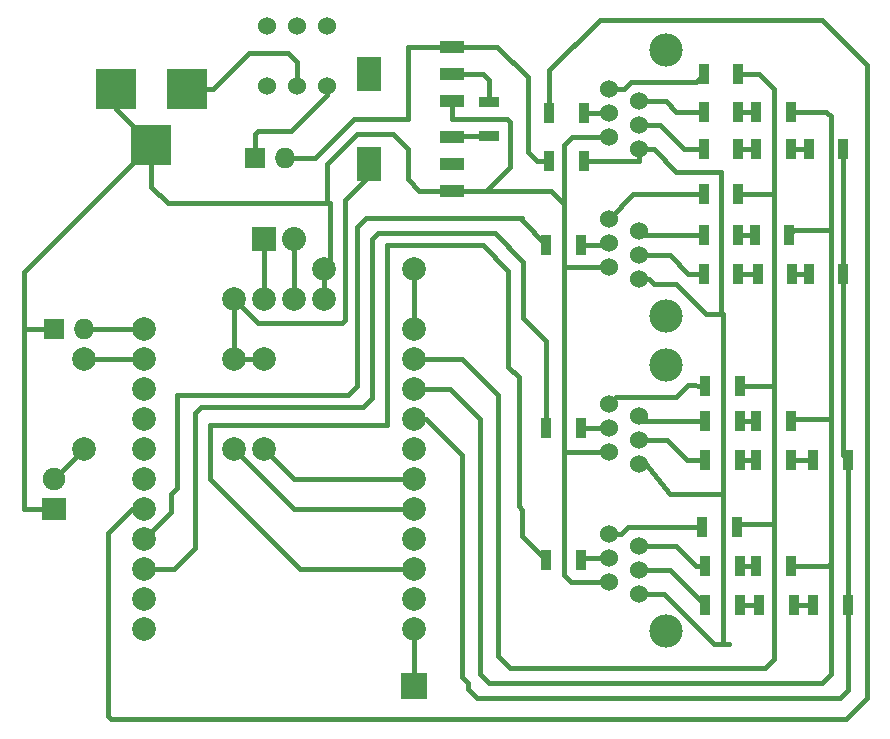
<source format=gbr>
G04 #@! TF.FileFunction,Copper,L1,Top,Signal*
%FSLAX46Y46*%
G04 Gerber Fmt 4.6, Leading zero omitted, Abs format (unit mm)*
G04 Created by KiCad (PCBNEW 4.0.2+dfsg1-stable) date Пят 15 Ліп 2016 18:00:22*
%MOMM*%
G01*
G04 APERTURE LIST*
%ADD10C,0.100000*%
%ADD11C,1.998980*%
%ADD12C,2.000000*%
%ADD13R,3.500120X3.500120*%
%ADD14R,2.000000X1.900000*%
%ADD15C,1.900000*%
%ADD16R,1.727200X1.727200*%
%ADD17O,1.727200X1.727200*%
%ADD18R,2.032000X2.032000*%
%ADD19O,2.032000X2.032000*%
%ADD20C,1.524000*%
%ADD21R,0.900000X1.700000*%
%ADD22R,2.000000X1.000000*%
%ADD23R,2.000000X3.000000*%
%ADD24R,1.700000X0.900000*%
%ADD25C,2.824000*%
%ADD26R,2.235200X2.235200*%
%ADD27C,0.400000*%
G04 APERTURE END LIST*
D10*
D11*
X149860000Y-114300000D03*
X157480000Y-114300000D03*
D12*
X142240000Y-116840000D03*
X144780000Y-116840000D03*
X147320000Y-116840000D03*
X149860000Y-116840000D03*
X134620000Y-119380000D03*
X134620000Y-121920000D03*
X134620000Y-124460000D03*
X134620000Y-127000000D03*
X134620000Y-129540000D03*
X134620000Y-132080000D03*
X134620000Y-134620000D03*
X134620000Y-137160000D03*
X134620000Y-139700000D03*
X134620000Y-142240000D03*
X134620000Y-144780000D03*
X157480000Y-144780000D03*
X157480000Y-142240000D03*
X157480000Y-139700000D03*
X157480000Y-137160000D03*
X157480000Y-134620000D03*
X157480000Y-132080000D03*
X157480000Y-129540000D03*
X157480000Y-127000000D03*
X157480000Y-124460000D03*
X157480000Y-121920000D03*
X157480000Y-119380000D03*
D13*
X138280140Y-99060000D03*
X132280660Y-99060000D03*
X135280400Y-103759000D03*
D14*
X127000000Y-134620000D03*
D15*
X127000000Y-132080000D03*
D16*
X144018000Y-104902000D03*
D17*
X146558000Y-104902000D03*
D16*
X127000000Y-119380000D03*
D17*
X129540000Y-119380000D03*
D18*
X144780000Y-111760000D03*
D19*
X147320000Y-111760000D03*
D11*
X129540000Y-121920000D03*
X129540000Y-129540000D03*
D20*
X145034000Y-98806000D03*
X147574000Y-98806000D03*
X150114000Y-98806000D03*
X145034000Y-93726000D03*
X147574000Y-93726000D03*
X150114000Y-93726000D03*
D11*
X142240000Y-121920000D03*
X142240000Y-129540000D03*
X144780000Y-121920000D03*
X144780000Y-129540000D03*
D21*
X181938000Y-136144000D03*
X184838000Y-136144000D03*
X182192000Y-124206000D03*
X185092000Y-124206000D03*
X182065000Y-107950000D03*
X184965000Y-107950000D03*
X182192000Y-142748000D03*
X185092000Y-142748000D03*
X186764000Y-142748000D03*
X189664000Y-142748000D03*
X191336000Y-142748000D03*
X194236000Y-142748000D03*
X182192000Y-139446000D03*
X185092000Y-139446000D03*
X186510000Y-139446000D03*
X189410000Y-139446000D03*
X182192000Y-130429000D03*
X185092000Y-130429000D03*
X186510000Y-130429000D03*
X189410000Y-130429000D03*
X191336000Y-130429000D03*
X194236000Y-130429000D03*
X182192000Y-127127000D03*
X185092000Y-127127000D03*
X186510000Y-127127000D03*
X189410000Y-127127000D03*
X182065000Y-114681000D03*
X184965000Y-114681000D03*
X186637000Y-114681000D03*
X189537000Y-114681000D03*
X190955000Y-114681000D03*
X193855000Y-114681000D03*
X182065000Y-111379000D03*
X184965000Y-111379000D03*
X186383000Y-111379000D03*
X189283000Y-111379000D03*
X171630000Y-138938000D03*
X168730000Y-138938000D03*
X171630000Y-127762000D03*
X168730000Y-127762000D03*
X171630000Y-112268000D03*
X168730000Y-112268000D03*
D22*
X160750000Y-95470000D03*
X160750000Y-97790000D03*
D23*
X153670000Y-97790000D03*
D22*
X160750000Y-100070000D03*
X160750000Y-103090000D03*
X160750000Y-105410000D03*
D23*
X153670000Y-105410000D03*
D22*
X160750000Y-107690000D03*
D24*
X163830000Y-103050000D03*
X163830000Y-100150000D03*
D21*
X182065000Y-104140000D03*
X184965000Y-104140000D03*
X186510000Y-104140000D03*
X189410000Y-104140000D03*
X190955000Y-104140000D03*
X193855000Y-104140000D03*
X171884000Y-101092000D03*
X168984000Y-101092000D03*
X182065000Y-100965000D03*
X184965000Y-100965000D03*
X186510000Y-100965000D03*
X189410000Y-100965000D03*
X182065000Y-97790000D03*
X184965000Y-97790000D03*
D25*
X178830000Y-144930000D03*
D20*
X176530000Y-126750000D03*
X173990000Y-140810000D03*
X176530000Y-141830000D03*
X176530000Y-139790000D03*
X173990000Y-138770000D03*
D25*
X178830000Y-122430000D03*
D20*
X173990000Y-125730000D03*
X176530000Y-137750000D03*
X173990000Y-127770000D03*
X176530000Y-128790000D03*
X173990000Y-129810000D03*
X176530000Y-130830000D03*
X173990000Y-136730000D03*
D25*
X178830000Y-118260000D03*
D20*
X176530000Y-100080000D03*
X173990000Y-114140000D03*
X176530000Y-115160000D03*
X176530000Y-113120000D03*
X173990000Y-112100000D03*
D25*
X178830000Y-95760000D03*
D20*
X173990000Y-99060000D03*
X176530000Y-111080000D03*
X173990000Y-101100000D03*
X176530000Y-102120000D03*
X173990000Y-103140000D03*
X176530000Y-104160000D03*
X173990000Y-110060000D03*
D26*
X157480000Y-149606000D03*
D21*
X171884000Y-105156000D03*
X168984000Y-105156000D03*
D27*
X138280140Y-99060000D02*
X140462000Y-99060000D01*
X147574000Y-96774000D02*
X147574000Y-98806000D01*
X146812000Y-96012000D02*
X147574000Y-96774000D01*
X143510000Y-96012000D02*
X146812000Y-96012000D01*
X140462000Y-99060000D02*
X143510000Y-96012000D01*
X163576000Y-107690000D02*
X169158000Y-107690000D01*
X169158000Y-107690000D02*
X170246000Y-108778000D01*
X170246000Y-129794000D02*
X173974000Y-129794000D01*
X173974000Y-129794000D02*
X173990000Y-129810000D01*
X173990000Y-114140000D02*
X170246000Y-114140000D01*
X170180000Y-114300000D02*
X170246000Y-114300000D01*
X170180000Y-114206000D02*
X170180000Y-114300000D01*
X170246000Y-114140000D02*
X170180000Y-114206000D01*
X173990000Y-140810000D02*
X170848000Y-140810000D01*
X170926000Y-103140000D02*
X173990000Y-103140000D01*
X170246000Y-108778000D02*
X170246000Y-107254000D01*
X170246000Y-103820000D02*
X170926000Y-103140000D01*
X170246000Y-107254000D02*
X170246000Y-103820000D01*
X170246000Y-140208000D02*
X170246000Y-129794000D01*
X170246000Y-129794000D02*
X170246000Y-114300000D01*
X170246000Y-114300000D02*
X170246000Y-108778000D01*
X170848000Y-140810000D02*
X170246000Y-140208000D01*
X160750000Y-100070000D02*
X160750000Y-101568000D01*
X163582000Y-107690000D02*
X163576000Y-107690000D01*
X163576000Y-107690000D02*
X160750000Y-107690000D01*
X165608000Y-105664000D02*
X165481000Y-105791000D01*
X165481000Y-105791000D02*
X163582000Y-107690000D01*
X165608000Y-101854000D02*
X165608000Y-105664000D01*
X165354000Y-101600000D02*
X165608000Y-101854000D01*
X160782000Y-101600000D02*
X165354000Y-101600000D01*
X160750000Y-101568000D02*
X160782000Y-101600000D01*
X150114000Y-108712000D02*
X150114000Y-105410000D01*
X157982000Y-107690000D02*
X160750000Y-107690000D01*
X156972000Y-106680000D02*
X157982000Y-107690000D01*
X156972000Y-104140000D02*
X156972000Y-106680000D01*
X155702000Y-102870000D02*
X156972000Y-104140000D01*
X152654000Y-102870000D02*
X155702000Y-102870000D01*
X150114000Y-105410000D02*
X152654000Y-102870000D01*
X135280400Y-103759000D02*
X135280400Y-107340400D01*
X136652000Y-108712000D02*
X150114000Y-108712000D01*
X150114000Y-108712000D02*
X150368000Y-108712000D01*
X135280400Y-107340400D02*
X136652000Y-108712000D01*
X149860000Y-114300000D02*
X149860000Y-116840000D01*
X150368000Y-108712000D02*
X150368000Y-113792000D01*
X150368000Y-113792000D02*
X149860000Y-114300000D01*
X124460000Y-119380000D02*
X124460000Y-114579400D01*
X124460000Y-114579400D02*
X135280400Y-103759000D01*
X127000000Y-134620000D02*
X124460000Y-134620000D01*
X124460000Y-119380000D02*
X127000000Y-119380000D01*
X124460000Y-134620000D02*
X124460000Y-119380000D01*
X132280660Y-99060000D02*
X132280660Y-100759260D01*
X132280660Y-100759260D02*
X135280400Y-103759000D01*
X129540000Y-129540000D02*
X127000000Y-132080000D01*
X173990000Y-127770000D02*
X171638000Y-127770000D01*
X171638000Y-127770000D02*
X171630000Y-127762000D01*
X182192000Y-124206000D02*
X180721000Y-124079000D01*
X174625000Y-125095000D02*
X173990000Y-125730000D01*
X179705000Y-125095000D02*
X174625000Y-125095000D01*
X180721000Y-124079000D02*
X179705000Y-125095000D01*
X176530000Y-104160000D02*
X176530000Y-105156000D01*
X176530000Y-105156000D02*
X171884000Y-105156000D01*
X176530000Y-104160000D02*
X177820000Y-104160000D01*
X183515000Y-118110000D02*
X183642000Y-118110000D01*
X183515000Y-106045000D02*
X183515000Y-118110000D01*
X179705000Y-106045000D02*
X183515000Y-106045000D01*
X177820000Y-104160000D02*
X179705000Y-106045000D01*
X176530000Y-115160000D02*
X177390000Y-115160000D01*
X182245000Y-118110000D02*
X183642000Y-118110000D01*
X179705000Y-115570000D02*
X182245000Y-118110000D01*
X177800000Y-115570000D02*
X179705000Y-115570000D01*
X177390000Y-115160000D02*
X177800000Y-115570000D01*
X176530000Y-141830000D02*
X178660000Y-141830000D01*
X183642000Y-145923000D02*
X183642000Y-133350000D01*
X183515000Y-146050000D02*
X183642000Y-145923000D01*
X184150000Y-146050000D02*
X183515000Y-146050000D01*
X182880000Y-146050000D02*
X184150000Y-146050000D01*
X178660000Y-141830000D02*
X182880000Y-146050000D01*
X183642000Y-133350000D02*
X183642000Y-118110000D01*
X179197000Y-133350000D02*
X183642000Y-133350000D01*
X177185000Y-130830000D02*
X179197000Y-133350000D01*
X176530000Y-130830000D02*
X177185000Y-130830000D01*
X176530000Y-128790000D02*
X178955000Y-128790000D01*
X180594000Y-130429000D02*
X182192000Y-130429000D01*
X178955000Y-128790000D02*
X180594000Y-130429000D01*
X182192000Y-127127000D02*
X176907000Y-127127000D01*
X176907000Y-127127000D02*
X176530000Y-126750000D01*
X171884000Y-101092000D02*
X173982000Y-101092000D01*
X173982000Y-101092000D02*
X173990000Y-101100000D01*
X150114000Y-98806000D02*
X150114000Y-99568000D01*
X150114000Y-99568000D02*
X147066000Y-102616000D01*
X147066000Y-102616000D02*
X144272000Y-102616000D01*
X144272000Y-102616000D02*
X144018000Y-102870000D01*
X144018000Y-102870000D02*
X144018000Y-104902000D01*
X129540000Y-119380000D02*
X134620000Y-119380000D01*
X144780000Y-111760000D02*
X144780000Y-116840000D01*
X147320000Y-116840000D02*
X147320000Y-111760000D01*
X129540000Y-121920000D02*
X134620000Y-121920000D01*
X157480000Y-114300000D02*
X157480000Y-119380000D01*
X153670000Y-105410000D02*
X153670000Y-106426000D01*
X153670000Y-106426000D02*
X151638000Y-108458000D01*
X151638000Y-108458000D02*
X151638000Y-118618000D01*
X151638000Y-118618000D02*
X151384000Y-118872000D01*
X151384000Y-118872000D02*
X144272000Y-118872000D01*
X144272000Y-118872000D02*
X142240000Y-116840000D01*
X142748000Y-117348000D02*
X142240000Y-116840000D01*
X142240000Y-121920000D02*
X142240000Y-119380000D01*
X142240000Y-119380000D02*
X142240000Y-116840000D01*
X144780000Y-121920000D02*
X142240000Y-121920000D01*
X142240000Y-129540000D02*
X147320000Y-134620000D01*
X147320000Y-134620000D02*
X157480000Y-134620000D01*
X144780000Y-129540000D02*
X147320000Y-132080000D01*
X147320000Y-132080000D02*
X157480000Y-132080000D01*
X173990000Y-99060000D02*
X175260000Y-99060000D01*
X181430000Y-98425000D02*
X182065000Y-97790000D01*
X175895000Y-98425000D02*
X181430000Y-98425000D01*
X175260000Y-99060000D02*
X175895000Y-98425000D01*
X182065000Y-100965000D02*
X179705000Y-100965000D01*
X178820000Y-100080000D02*
X176530000Y-100080000D01*
X179705000Y-100965000D02*
X178820000Y-100080000D01*
X186764000Y-142748000D02*
X185092000Y-142748000D01*
X191336000Y-142748000D02*
X189664000Y-142748000D01*
X162052000Y-149352000D02*
X162052000Y-149860000D01*
X161544000Y-148844000D02*
X162052000Y-149352000D01*
X161544000Y-130048000D02*
X161544000Y-148844000D01*
X158496000Y-127000000D02*
X161544000Y-130048000D01*
X157480000Y-127000000D02*
X158496000Y-127000000D01*
X194236000Y-149934000D02*
X194236000Y-142748000D01*
X193548000Y-150622000D02*
X194236000Y-149934000D01*
X162814000Y-150622000D02*
X193548000Y-150622000D01*
X162052000Y-149860000D02*
X162814000Y-150622000D01*
X194236000Y-130429000D02*
X194236000Y-142748000D01*
X193855000Y-114681000D02*
X193855000Y-130048000D01*
X193855000Y-130048000D02*
X194236000Y-130429000D01*
X193855000Y-104140000D02*
X193855000Y-114681000D01*
X185092000Y-139446000D02*
X186510000Y-139446000D01*
X192786000Y-127000000D02*
X189537000Y-127000000D01*
X189537000Y-127000000D02*
X189410000Y-127127000D01*
X192786000Y-139954000D02*
X192786000Y-139192000D01*
X163068000Y-147828000D02*
X163068000Y-148590000D01*
X160528000Y-124460000D02*
X163068000Y-127000000D01*
X163068000Y-127000000D02*
X163068000Y-146812000D01*
X163068000Y-146812000D02*
X163068000Y-147828000D01*
X157480000Y-124460000D02*
X160528000Y-124460000D01*
X192786000Y-148590000D02*
X192786000Y-139954000D01*
X192786000Y-139954000D02*
X192786000Y-139700000D01*
X192024000Y-149352000D02*
X192786000Y-148590000D01*
X163830000Y-149352000D02*
X192024000Y-149352000D01*
X163068000Y-148590000D02*
X163830000Y-149352000D01*
X192786000Y-110998000D02*
X189664000Y-110998000D01*
X189664000Y-110998000D02*
X189283000Y-111379000D01*
X189410000Y-100965000D02*
X192405000Y-100965000D01*
X189410000Y-139446000D02*
X192532000Y-139446000D01*
X192532000Y-139446000D02*
X192786000Y-139192000D01*
X192786000Y-101346000D02*
X192786000Y-108712000D01*
X192786000Y-108712000D02*
X192786000Y-110998000D01*
X192786000Y-110998000D02*
X192786000Y-127000000D01*
X192786000Y-127000000D02*
X192786000Y-139192000D01*
X192405000Y-100965000D02*
X192786000Y-101346000D01*
X186510000Y-130429000D02*
X185092000Y-130429000D01*
X191336000Y-130429000D02*
X189410000Y-130429000D01*
X185092000Y-127127000D02*
X186510000Y-127127000D01*
X186637000Y-114681000D02*
X184965000Y-114681000D01*
X189537000Y-114681000D02*
X190955000Y-114681000D01*
X184965000Y-111379000D02*
X186383000Y-111379000D01*
X176530000Y-102120000D02*
X178320000Y-102120000D01*
X180340000Y-104140000D02*
X182065000Y-104140000D01*
X178320000Y-102120000D02*
X180340000Y-104140000D01*
X166698000Y-135890000D02*
X166698000Y-136906000D01*
X163322000Y-112268000D02*
X165481000Y-114427000D01*
X166370000Y-123444000D02*
X166370000Y-134366000D01*
X140208000Y-127508000D02*
X155194000Y-127508000D01*
X147828000Y-139700000D02*
X140208000Y-132080000D01*
X140208000Y-132080000D02*
X140208000Y-127508000D01*
X157480000Y-139700000D02*
X147828000Y-139700000D01*
X155194000Y-127508000D02*
X155194000Y-112268000D01*
X155194000Y-112268000D02*
X163322000Y-112268000D01*
X166698000Y-134694000D02*
X166370000Y-134366000D01*
X166698000Y-135890000D02*
X166698000Y-134694000D01*
X165481000Y-122555000D02*
X166370000Y-123444000D01*
X165481000Y-114427000D02*
X165481000Y-122555000D01*
X166698000Y-136906000D02*
X168730000Y-138938000D01*
X168730000Y-127762000D02*
X168730000Y-120396000D01*
X137160000Y-139700000D02*
X138938000Y-137922000D01*
X138938000Y-137922000D02*
X138938000Y-126492000D01*
X138938000Y-126492000D02*
X139446000Y-125984000D01*
X139446000Y-125984000D02*
X153162000Y-125984000D01*
X153162000Y-125984000D02*
X153924000Y-125222000D01*
X153924000Y-125222000D02*
X153924000Y-111760000D01*
X153924000Y-111760000D02*
X154432000Y-111252000D01*
X154432000Y-111252000D02*
X164338000Y-111252000D01*
X164338000Y-111252000D02*
X166751000Y-113665000D01*
X137160000Y-139700000D02*
X134620000Y-139700000D01*
X166751000Y-118417000D02*
X167206000Y-118872000D01*
X166751000Y-113665000D02*
X166751000Y-118417000D01*
X168730000Y-120396000D02*
X167206000Y-118872000D01*
X166624000Y-109982000D02*
X166624000Y-110162000D01*
X166624000Y-110162000D02*
X168730000Y-112268000D01*
X136906000Y-134874000D02*
X134620000Y-137160000D01*
X136906000Y-133350000D02*
X136906000Y-134874000D01*
X137414000Y-132842000D02*
X136906000Y-133350000D01*
X137414000Y-124968000D02*
X137414000Y-132842000D01*
X151892000Y-124968000D02*
X137414000Y-124968000D01*
X152654000Y-124206000D02*
X151892000Y-124968000D01*
X152654000Y-110744000D02*
X152654000Y-124206000D01*
X153416000Y-109982000D02*
X152654000Y-110744000D01*
X166624000Y-109982000D02*
X153416000Y-109982000D01*
X163830000Y-103050000D02*
X160790000Y-103050000D01*
X160790000Y-103050000D02*
X160750000Y-103090000D01*
X160750000Y-97790000D02*
X163322000Y-97790000D01*
X163830000Y-98298000D02*
X163576000Y-98044000D01*
X163830000Y-98298000D02*
X163830000Y-100150000D01*
X163322000Y-97790000D02*
X163576000Y-98044000D01*
X173990000Y-136730000D02*
X175055000Y-136730000D01*
X175641000Y-136144000D02*
X181938000Y-136144000D01*
X175055000Y-136730000D02*
X175641000Y-136144000D01*
X164592000Y-146812000D02*
X164592000Y-147066000D01*
X161544000Y-121920000D02*
X164592000Y-124968000D01*
X164592000Y-124968000D02*
X164592000Y-146812000D01*
X157480000Y-121920000D02*
X161544000Y-121920000D01*
X187960000Y-147320000D02*
X187960000Y-135890000D01*
X187198000Y-148082000D02*
X187960000Y-147320000D01*
X165608000Y-148082000D02*
X187198000Y-148082000D01*
X164592000Y-147066000D02*
X165608000Y-148082000D01*
X185092000Y-124206000D02*
X187960000Y-124206000D01*
X187960000Y-124206000D02*
X187960000Y-123825000D01*
X184965000Y-107950000D02*
X187960000Y-107950000D01*
X185092000Y-135890000D02*
X187960000Y-135890000D01*
X186690000Y-97790000D02*
X187960000Y-99060000D01*
X187960000Y-99060000D02*
X187960000Y-107950000D01*
X187960000Y-107950000D02*
X187960000Y-123825000D01*
X187960000Y-123825000D02*
X187960000Y-135890000D01*
X186690000Y-97790000D02*
X184965000Y-97790000D01*
X185092000Y-135890000D02*
X184838000Y-136144000D01*
X182065000Y-107950000D02*
X176100000Y-107950000D01*
X176100000Y-107950000D02*
X173990000Y-110060000D01*
X176530000Y-139790000D02*
X179234000Y-139790000D01*
X179234000Y-139790000D02*
X182192000Y-142748000D01*
X182192000Y-139446000D02*
X181356000Y-139446000D01*
X179660000Y-137750000D02*
X176530000Y-137750000D01*
X181356000Y-139446000D02*
X179660000Y-137750000D01*
X176530000Y-113120000D02*
X179160000Y-113120000D01*
X180721000Y-114681000D02*
X182065000Y-114681000D01*
X179160000Y-113120000D02*
X180721000Y-114681000D01*
X182065000Y-111379000D02*
X176829000Y-111379000D01*
X176829000Y-111379000D02*
X176530000Y-111080000D01*
X173990000Y-138770000D02*
X171798000Y-138770000D01*
X171798000Y-138770000D02*
X171630000Y-138938000D01*
X171630000Y-112268000D02*
X173822000Y-112268000D01*
X173822000Y-112268000D02*
X173990000Y-112100000D01*
X186510000Y-104140000D02*
X184965000Y-104140000D01*
X190955000Y-104140000D02*
X189410000Y-104140000D01*
X168984000Y-101092000D02*
X168984000Y-97462000D01*
X133604000Y-134620000D02*
X134620000Y-134620000D01*
X131572000Y-136652000D02*
X133604000Y-134620000D01*
X131572000Y-152146000D02*
X131572000Y-136652000D01*
X131826000Y-152400000D02*
X131572000Y-152146000D01*
X194056000Y-152400000D02*
X131826000Y-152400000D01*
X195834000Y-150622000D02*
X194056000Y-152400000D01*
X195834000Y-97028000D02*
X195834000Y-150622000D01*
X192024000Y-93218000D02*
X195834000Y-97028000D01*
X173228000Y-93218000D02*
X192024000Y-93218000D01*
X168984000Y-97462000D02*
X173228000Y-93218000D01*
X186510000Y-100965000D02*
X184965000Y-100965000D01*
X157480000Y-149606000D02*
X157480000Y-144780000D01*
X168984000Y-105156000D02*
X167894000Y-105156000D01*
X164558000Y-95470000D02*
X160750000Y-95470000D01*
X167132000Y-98044000D02*
X164558000Y-95470000D01*
X167132000Y-104394000D02*
X167132000Y-98044000D01*
X167894000Y-105156000D02*
X167132000Y-104394000D01*
X146558000Y-104902000D02*
X149098000Y-104902000D01*
X157006000Y-95470000D02*
X160750000Y-95470000D01*
X156972000Y-95504000D02*
X157006000Y-95470000D01*
X156972000Y-101600000D02*
X156972000Y-95504000D01*
X152400000Y-101600000D02*
X156972000Y-101600000D01*
X149098000Y-104902000D02*
X152400000Y-101600000D01*
X146558000Y-104902000D02*
X147066000Y-104902000D01*
M02*

</source>
